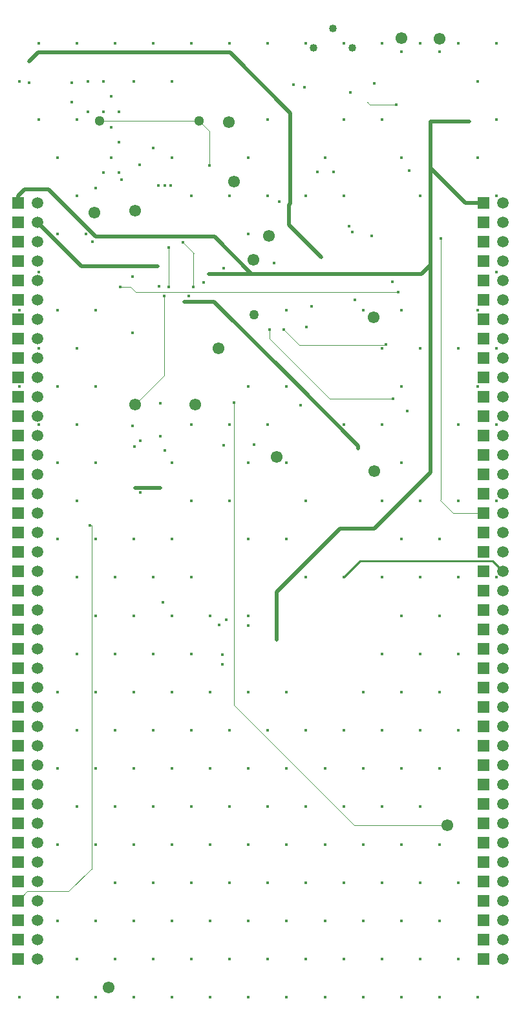
<source format=gbr>
%TF.GenerationSoftware,Altium Limited,Altium Designer,19.1.6 (110)*%
G04 Layer_Physical_Order=3*
G04 Layer_Color=6736896*
%FSLAX26Y26*%
%MOIN*%
%TF.FileFunction,Copper,L3,Inr,Signal*%
%TF.Part,Single*%
G01*
G75*
%TA.AperFunction,Conductor*%
%ADD36C,0.004724*%
%ADD37C,0.019685*%
%ADD38C,0.009842*%
%TA.AperFunction,ComponentPad*%
%ADD40C,0.061024*%
%ADD41C,0.040000*%
%ADD42C,0.059055*%
%ADD43R,0.059055X0.059055*%
%ADD44C,0.051181*%
%TA.AperFunction,ViaPad*%
%ADD45C,0.015000*%
%ADD46C,0.017716*%
%ADD47C,0.050000*%
D36*
X730000Y3210000D02*
X880000Y3360000D01*
Y3770000D01*
X732284Y2781000D02*
X732299Y2780984D01*
X1942737Y4757000D02*
X2079000D01*
X1940737Y4755000D02*
X1942737Y4757000D01*
X1929994Y4765744D02*
X1940737Y4755000D01*
X707725Y3817275D02*
X734000Y3791000D01*
X2086000D01*
X1084574Y3838654D02*
X1085227Y3838000D01*
X1927736Y4768000D02*
X1930000Y4769000D01*
X1032000Y3817000D02*
Y3987826D01*
X1034174Y3990000D01*
X905000Y3816000D02*
Y4020174D01*
X904174Y4021000D02*
X905000Y4020174D01*
X977174Y4047000D02*
X1034174Y3990000D01*
X1927736Y4768000D02*
X1929994Y4765744D01*
X1115472Y4442442D02*
Y4620434D01*
X1062166Y4673740D02*
X1115472Y4620434D01*
X547992Y4673740D02*
X1062166D01*
X1499000Y3596536D02*
X1578568Y3516968D01*
X1423000Y3551000D02*
Y3595536D01*
X1578568Y3516968D02*
X2022032D01*
X2024016Y3518952D01*
X2370028Y2648972D02*
X2527796D01*
X1240000Y1660000D02*
Y3220000D01*
Y1660000D02*
X1860000Y1040000D01*
X2340000D01*
X1423000Y3551000D02*
X1734000Y3240000D01*
X2062000D01*
X2303000Y2716000D02*
X2370028Y2648972D01*
X2303000Y2716000D02*
X2308000Y2721000D01*
Y4067000D01*
X652725Y3817275D02*
X707725D01*
X498278Y2586806D02*
X508000D01*
X127796Y649956D02*
X175840Y698000D01*
X508000Y2586806D02*
X508000Y1030160D01*
X175840Y698000D02*
X389000D01*
X505000Y814000D01*
X508000D02*
Y1030160D01*
D37*
X1220000Y5025000D02*
X1531425Y4713575D01*
Y4246297D02*
Y4713575D01*
X1525000Y4239872D02*
X1531425Y4246297D01*
X1525000Y4135382D02*
Y4239872D01*
Y4135382D02*
X1690846Y3969536D01*
X732299Y2780984D02*
X860590D01*
X160000Y4318000D02*
X284334D01*
X127796Y4285796D02*
X160000Y4318000D01*
X127796Y4249956D02*
Y4285796D01*
X284334Y4318000D02*
X527528Y4074806D01*
X1460000Y1996457D02*
Y2243000D01*
X1787000Y2570000D01*
X527528Y4074806D02*
X1140528D01*
X455350Y3922402D02*
X848000D01*
X227796Y4149956D02*
X455350Y3922402D01*
X2254000Y4430000D02*
Y4669000D01*
X1543888Y3334882D02*
X1882000Y2996770D01*
X1138770Y3740000D02*
X1543888Y3334882D01*
X983190Y3740000D02*
X1138770D01*
X1787000Y2570000D02*
X1963000D01*
X2254000Y4669000D02*
X2453000D01*
X1882000Y2982000D02*
Y2996770D01*
X2435030Y4248972D02*
X2527796D01*
X2254000Y4430000D02*
X2435030Y4248972D01*
X2254000Y3929000D02*
Y4430000D01*
X1963000Y2570000D02*
X2254000Y2861000D01*
X2209000Y3884000D02*
X2254000Y3929000D01*
Y2861000D02*
Y3929000D01*
X1140528Y4074806D02*
X1331334Y3884000D01*
X1111458D02*
X1331334D01*
X2209000D01*
X185000Y4980000D02*
X230000Y5025000D01*
X1220000D01*
D38*
X1807758Y2317933D02*
X1891824Y2402000D01*
X2574767D01*
X2627796Y2348972D01*
D40*
X593000Y203000D02*
D03*
X2300000Y5095000D02*
D03*
X2340000Y1040000D02*
D03*
X1240000Y4360000D02*
D03*
X520000Y4200000D02*
D03*
X730000Y4210000D02*
D03*
X1215000Y4665000D02*
D03*
X1340000Y3955000D02*
D03*
X1960000Y3660000D02*
D03*
X1160000Y3500000D02*
D03*
X1460000Y2940000D02*
D03*
X1965000Y2865000D02*
D03*
X730000Y3210000D02*
D03*
X1040000D02*
D03*
X1420000Y4080000D02*
D03*
X2105000Y5100000D02*
D03*
D41*
X1650000Y5050000D02*
D03*
X1850000D02*
D03*
X1750000Y5150000D02*
D03*
D42*
X2627796Y348972D02*
D03*
Y448972D02*
D03*
Y548972D02*
D03*
Y648972D02*
D03*
Y748972D02*
D03*
Y848972D02*
D03*
Y948972D02*
D03*
Y1048972D02*
D03*
Y1148972D02*
D03*
Y1248972D02*
D03*
Y1348972D02*
D03*
Y1448972D02*
D03*
Y1548972D02*
D03*
Y1648972D02*
D03*
Y1748972D02*
D03*
Y1848972D02*
D03*
Y1948972D02*
D03*
Y2048972D02*
D03*
Y2148972D02*
D03*
Y2248972D02*
D03*
Y2348972D02*
D03*
Y2448972D02*
D03*
Y2548972D02*
D03*
Y2648972D02*
D03*
Y2748972D02*
D03*
Y2848972D02*
D03*
Y2948972D02*
D03*
Y3048972D02*
D03*
Y3148972D02*
D03*
Y3248972D02*
D03*
Y3348972D02*
D03*
Y3448972D02*
D03*
Y3548972D02*
D03*
Y3648972D02*
D03*
Y3748972D02*
D03*
Y3848972D02*
D03*
Y3948972D02*
D03*
Y4048972D02*
D03*
Y4148972D02*
D03*
Y4248972D02*
D03*
X227796Y349956D02*
D03*
Y449956D02*
D03*
Y549956D02*
D03*
Y649956D02*
D03*
Y749956D02*
D03*
Y849956D02*
D03*
Y949956D02*
D03*
Y1049956D02*
D03*
Y1149956D02*
D03*
Y1249956D02*
D03*
Y1349956D02*
D03*
Y1449956D02*
D03*
Y1549956D02*
D03*
Y1649956D02*
D03*
Y1749956D02*
D03*
Y1849956D02*
D03*
Y1949956D02*
D03*
Y2049956D02*
D03*
Y2149956D02*
D03*
Y2249956D02*
D03*
Y2349956D02*
D03*
Y2449956D02*
D03*
Y2549956D02*
D03*
Y2649956D02*
D03*
Y2749956D02*
D03*
Y2849956D02*
D03*
Y2949956D02*
D03*
Y3049956D02*
D03*
Y3149956D02*
D03*
Y3249956D02*
D03*
Y3349956D02*
D03*
Y3449956D02*
D03*
Y3549956D02*
D03*
Y3649956D02*
D03*
Y3749956D02*
D03*
Y3849956D02*
D03*
Y3949956D02*
D03*
Y4049956D02*
D03*
Y4149956D02*
D03*
Y4249956D02*
D03*
D43*
X2527796Y348972D02*
D03*
Y448972D02*
D03*
Y548972D02*
D03*
Y648972D02*
D03*
Y748972D02*
D03*
Y848972D02*
D03*
Y948972D02*
D03*
Y1048972D02*
D03*
Y1148972D02*
D03*
Y1248972D02*
D03*
Y1348972D02*
D03*
Y1448972D02*
D03*
Y1548972D02*
D03*
Y1648972D02*
D03*
Y1748972D02*
D03*
Y1848972D02*
D03*
Y1948972D02*
D03*
Y2048972D02*
D03*
Y2148972D02*
D03*
Y2248972D02*
D03*
Y2348972D02*
D03*
Y2448972D02*
D03*
Y2548972D02*
D03*
Y2648972D02*
D03*
Y2748972D02*
D03*
Y2848972D02*
D03*
Y2948972D02*
D03*
Y3048972D02*
D03*
Y3148972D02*
D03*
Y3248972D02*
D03*
Y3348972D02*
D03*
Y3448972D02*
D03*
Y3548972D02*
D03*
Y3648972D02*
D03*
Y3748972D02*
D03*
Y3848972D02*
D03*
Y3948972D02*
D03*
Y4048972D02*
D03*
Y4148972D02*
D03*
Y4248972D02*
D03*
X127796Y349956D02*
D03*
Y449956D02*
D03*
Y549956D02*
D03*
Y649956D02*
D03*
Y749956D02*
D03*
Y849956D02*
D03*
Y949956D02*
D03*
Y1049956D02*
D03*
Y1149956D02*
D03*
Y1249956D02*
D03*
Y1349956D02*
D03*
Y1449956D02*
D03*
Y1549956D02*
D03*
Y1649956D02*
D03*
Y1749956D02*
D03*
Y1849956D02*
D03*
Y1949956D02*
D03*
Y2049956D02*
D03*
Y2149956D02*
D03*
Y2249956D02*
D03*
Y2349956D02*
D03*
Y2449956D02*
D03*
Y2549956D02*
D03*
Y2649956D02*
D03*
Y2749956D02*
D03*
Y2849956D02*
D03*
Y2949956D02*
D03*
Y3049956D02*
D03*
Y3149956D02*
D03*
Y3249956D02*
D03*
Y3349956D02*
D03*
Y3449956D02*
D03*
Y3549956D02*
D03*
Y3649956D02*
D03*
Y3749956D02*
D03*
Y3849956D02*
D03*
Y3949956D02*
D03*
Y4049956D02*
D03*
Y4149956D02*
D03*
Y4249956D02*
D03*
D44*
X1062165Y4673740D02*
D03*
X547992D02*
D03*
D45*
X718931Y3100484D02*
D03*
X1315000Y2070000D02*
D03*
X2595159Y5073839D02*
D03*
X2496734Y4876988D02*
D03*
X2595159Y4680138D02*
D03*
X2496734Y4483288D02*
D03*
X2595159Y4286437D02*
D03*
Y3892736D02*
D03*
X2496734Y3695886D02*
D03*
X2595159Y3499035D02*
D03*
X2496734Y3302185D02*
D03*
X2595159Y3105335D02*
D03*
Y2711634D02*
D03*
Y2317933D02*
D03*
X2496734Y152579D02*
D03*
X2398309Y5073839D02*
D03*
Y3499035D02*
D03*
Y3105335D02*
D03*
Y2711634D02*
D03*
X2299884Y2514784D02*
D03*
X2398309Y2317933D02*
D03*
X2299884Y2121083D02*
D03*
X2398309Y1924232D02*
D03*
X2299884Y1727382D02*
D03*
X2398309Y1530532D02*
D03*
X2299884Y1333681D02*
D03*
Y939980D02*
D03*
X2398309Y743130D02*
D03*
X2299884Y546279D02*
D03*
X2398309Y349429D02*
D03*
X2299884Y152579D02*
D03*
X2201458Y5073839D02*
D03*
X2103033Y4483288D02*
D03*
X2201458Y4286437D02*
D03*
X2103033Y3695886D02*
D03*
X2201458Y3499035D02*
D03*
X2103033Y3302185D02*
D03*
Y2908484D02*
D03*
X2201458Y2711634D02*
D03*
X2103033Y2514784D02*
D03*
X2201458Y2317933D02*
D03*
X2103033Y2121083D02*
D03*
X2201458Y1924232D02*
D03*
X2103033Y1727382D02*
D03*
X2201458Y1530532D02*
D03*
X2103033Y1333681D02*
D03*
X2201458Y1136831D02*
D03*
X2103033Y939980D02*
D03*
X2201458Y743130D02*
D03*
X2103033Y546279D02*
D03*
X2201458Y349429D02*
D03*
X2103033Y152579D02*
D03*
X2004608Y5073839D02*
D03*
Y4680138D02*
D03*
X1906183Y3695886D02*
D03*
X2004608Y3499035D02*
D03*
Y3105335D02*
D03*
Y2711634D02*
D03*
Y2317933D02*
D03*
Y1924232D02*
D03*
X1906183Y1727382D02*
D03*
X2004608Y1530532D02*
D03*
X1906183Y1333681D02*
D03*
X2004608Y1136831D02*
D03*
X1906183Y939980D02*
D03*
X2004608Y743130D02*
D03*
X1906183Y546279D02*
D03*
X2004608Y349429D02*
D03*
X1906183Y152579D02*
D03*
X1807758Y5073839D02*
D03*
Y4680138D02*
D03*
X1709332Y4483288D02*
D03*
X1807758Y4286437D02*
D03*
Y1530532D02*
D03*
X1709332Y1333681D02*
D03*
X1807758Y1136831D02*
D03*
X1709332Y939980D02*
D03*
X1807758Y743130D02*
D03*
X1709332Y546279D02*
D03*
X1807758Y349429D02*
D03*
X1709332Y152579D02*
D03*
X1610907Y5073839D02*
D03*
Y4286437D02*
D03*
X1512482Y3695886D02*
D03*
Y1727382D02*
D03*
X1610907Y1530532D02*
D03*
X1512482Y1333681D02*
D03*
X1610907Y1136831D02*
D03*
X1512482Y939980D02*
D03*
X1610907Y743130D02*
D03*
X1512482Y546279D02*
D03*
X1610907Y349429D02*
D03*
X1512482Y152579D02*
D03*
X1414057Y5073839D02*
D03*
Y4680138D02*
D03*
X1315632Y4483288D02*
D03*
X1414057Y4286437D02*
D03*
X1315632Y4089587D02*
D03*
X1414057Y1530532D02*
D03*
X1315632Y1333681D02*
D03*
X1414057Y1136831D02*
D03*
X1315632Y939980D02*
D03*
X1414057Y743130D02*
D03*
X1315632Y546279D02*
D03*
X1414057Y349429D02*
D03*
X1315632Y152579D02*
D03*
X1217206Y5073839D02*
D03*
Y4286437D02*
D03*
Y1530532D02*
D03*
X1118781Y1333681D02*
D03*
X1217206Y1136831D02*
D03*
X1118781Y939980D02*
D03*
X1217206Y743130D02*
D03*
X1118781Y546279D02*
D03*
X1217206Y349429D02*
D03*
X1118781Y152579D02*
D03*
X1020356Y5073839D02*
D03*
X921931Y4876988D02*
D03*
Y4483288D02*
D03*
X1020356Y4286437D02*
D03*
Y1530532D02*
D03*
X921931Y1333681D02*
D03*
X1020356Y1136831D02*
D03*
X921931Y939980D02*
D03*
X1020356Y743130D02*
D03*
X921931Y546279D02*
D03*
X1020356Y349429D02*
D03*
X921931Y152579D02*
D03*
X823506Y5073839D02*
D03*
X725080Y4876988D02*
D03*
X823506Y1530532D02*
D03*
X725080Y1333681D02*
D03*
X823506Y1136831D02*
D03*
X725080Y939980D02*
D03*
X823506Y743130D02*
D03*
X725080Y546279D02*
D03*
X823506Y349429D02*
D03*
X725080Y152579D02*
D03*
X626655Y5073839D02*
D03*
X528230Y3695886D02*
D03*
X626655Y1530532D02*
D03*
X528230Y1333681D02*
D03*
X626655Y1136831D02*
D03*
X528230Y939980D02*
D03*
X626655Y743130D02*
D03*
X528230Y546279D02*
D03*
X626655Y349429D02*
D03*
X528230Y152579D02*
D03*
X429805Y5073839D02*
D03*
Y4680138D02*
D03*
X331380Y4483288D02*
D03*
X429805Y4286437D02*
D03*
X331380Y4089587D02*
D03*
Y3695886D02*
D03*
X429805Y3499035D02*
D03*
X331380Y3302185D02*
D03*
X429805Y3105335D02*
D03*
X331380Y2908484D02*
D03*
X429805Y2711634D02*
D03*
X331380Y2514784D02*
D03*
X429805Y2317933D02*
D03*
Y1924232D02*
D03*
X331380Y1727382D02*
D03*
X429805Y1530532D02*
D03*
X331380Y1333681D02*
D03*
X429805Y1136831D02*
D03*
X331380Y939980D02*
D03*
Y546279D02*
D03*
X429805Y349429D02*
D03*
X331380Y152579D02*
D03*
X232954Y5073839D02*
D03*
X134529Y4876988D02*
D03*
X232954Y4680138D02*
D03*
Y3892736D02*
D03*
X134529Y3695886D02*
D03*
X232954Y3499035D02*
D03*
X134529Y3302185D02*
D03*
X232954Y3105335D02*
D03*
X134529Y152579D02*
D03*
X1807758Y3105335D02*
D03*
Y2317933D02*
D03*
X1512482Y3302185D02*
D03*
Y2908484D02*
D03*
X1610907Y2711634D02*
D03*
X1512482Y2514784D02*
D03*
X1610907Y2317933D02*
D03*
X1315632Y3302185D02*
D03*
X1414057Y3105335D02*
D03*
X1315632Y2908484D02*
D03*
Y2514784D02*
D03*
Y2121083D02*
D03*
Y1727382D02*
D03*
X1217206Y3105335D02*
D03*
Y2711634D02*
D03*
X1118781Y2121083D02*
D03*
Y1727382D02*
D03*
X1020356Y3105335D02*
D03*
X921931Y2908484D02*
D03*
X1020356Y2711634D02*
D03*
X921931Y2514784D02*
D03*
X1020356Y2317933D02*
D03*
X921931Y2121083D02*
D03*
X1020356Y1924232D02*
D03*
X921931Y1727382D02*
D03*
X725080Y2514784D02*
D03*
X823506Y2317933D02*
D03*
X725080Y2121083D02*
D03*
X823506Y1924232D02*
D03*
X725080Y1727382D02*
D03*
X528230Y3302185D02*
D03*
Y2908484D02*
D03*
Y2514784D02*
D03*
X626655Y2317933D02*
D03*
X528230Y2121083D02*
D03*
X626655Y1924232D02*
D03*
X528230Y1727382D02*
D03*
X606996Y4798269D02*
D03*
X646366Y4719529D02*
D03*
X606996Y4640788D02*
D03*
X646366Y4562048D02*
D03*
X606996Y4483308D02*
D03*
X646366Y4404568D02*
D03*
X567626Y4877009D02*
D03*
Y4719529D02*
D03*
Y4404568D02*
D03*
X528256Y4325828D02*
D03*
X488885Y4877009D02*
D03*
Y4719529D02*
D03*
D46*
X1008000Y3770000D02*
D03*
X880000D02*
D03*
X716576Y3580424D02*
D03*
X1473000Y4256000D02*
D03*
X860000Y3045000D02*
D03*
X1605000Y4845000D02*
D03*
X732284Y2781000D02*
D03*
X860590Y2780984D02*
D03*
X1182024Y1919645D02*
D03*
X1180512Y1868960D02*
D03*
X2079000Y4757000D02*
D03*
X2144000Y4417000D02*
D03*
X2086000Y3791000D02*
D03*
X875000Y2190000D02*
D03*
X1163000Y2073000D02*
D03*
X1200000Y2100000D02*
D03*
X1460000Y1996457D02*
D03*
X662000Y4371000D02*
D03*
X717000Y3871000D02*
D03*
X1186614Y2999622D02*
D03*
X1863000Y3750000D02*
D03*
X1447528Y3940806D02*
D03*
X498278Y2586806D02*
D03*
X983190Y3740000D02*
D03*
X848000Y3922402D02*
D03*
X824000Y4533000D02*
D03*
X854000Y3819000D02*
D03*
X1032000Y3817000D02*
D03*
X905000Y3816000D02*
D03*
X884174Y4339016D02*
D03*
X851174Y4339000D02*
D03*
X1690846Y3969536D02*
D03*
X1343686Y3002488D02*
D03*
X2254000Y4669000D02*
D03*
X2453000D02*
D03*
X1787000Y2570000D02*
D03*
X1584000Y3205000D02*
D03*
X1084574Y3838654D02*
D03*
X1670000Y4410000D02*
D03*
X1753308D02*
D03*
X2300000Y5030000D02*
D03*
X2105000D02*
D03*
X754174Y4445000D02*
D03*
X1965000Y4865000D02*
D03*
X1840000Y4820000D02*
D03*
X977174Y4047000D02*
D03*
X904174Y4021000D02*
D03*
X915316Y4339016D02*
D03*
X885000Y2973528D02*
D03*
X757000Y2755024D02*
D03*
X1111174Y3884000D02*
D03*
X1641614Y3716614D02*
D03*
X1186260Y3911930D02*
D03*
X1543888Y3334882D02*
D03*
X1882000Y2982000D02*
D03*
X757820Y3022740D02*
D03*
X729000Y2994000D02*
D03*
X1115472Y4442442D02*
D03*
X405394Y4870000D02*
D03*
X182954D02*
D03*
X405394Y4770000D02*
D03*
X1545994Y4859927D02*
D03*
X861000Y3215000D02*
D03*
X1499000Y3596536D02*
D03*
X1423000Y3595536D02*
D03*
X2024016Y3518952D02*
D03*
X1240000Y3220000D02*
D03*
X1615000Y3610000D02*
D03*
X185000Y4980000D02*
D03*
X1950000Y4080000D02*
D03*
X1850000Y4100000D02*
D03*
X1835000Y4130000D02*
D03*
X2062000Y3240000D02*
D03*
X2308000Y4067000D02*
D03*
X2059000Y3843000D02*
D03*
X2133000Y3176000D02*
D03*
X652725Y3817275D02*
D03*
X478000Y4089000D02*
D03*
X510000Y4049000D02*
D03*
D47*
X1344000Y3673000D02*
D03*
%TF.MD5,8e6d4ae7dcf35bc5cbb8a2e0a3e8e929*%
M02*

</source>
